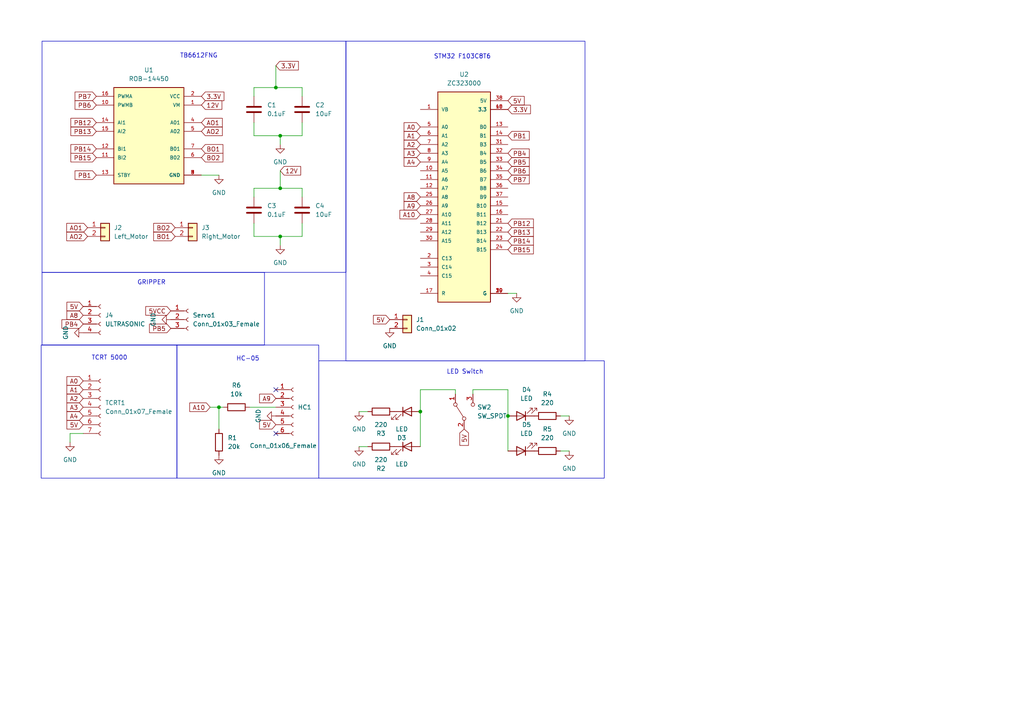
<source format=kicad_sch>
(kicad_sch (version 20231120) (generator "eeschema") (generator_version "8.0")
  (paper "A4")
  (lib_symbols
    (symbol "Connector:Conn_01x03_Female" (pin_names (offset 1.016) hide)
      (property "Reference" "J" (at 0 5.08 0))
      (property "Value" "Conn_01x03_Female" (at 0 -5.08 0))
      (symbol "Conn_01x03_Female_1_1"
        (arc (start 0 -2.032) (mid -0.5058 -2.54) (end 0 -3.048) (stroke (width 0.1524)))
        (polyline (pts (xy -1.27 -2.54) (xy -0.508 -2.54)) (stroke (width 0.1524)))
        (polyline (pts (xy -1.27 0) (xy -0.508 0)) (stroke (width 0.1524)))
        (polyline (pts (xy -1.27 2.54) (xy -0.508 2.54)) (stroke (width 0.1524)))
        (arc (start 0 0.508) (mid -0.5058 0) (end 0 -0.508) (stroke (width 0.1524)))
        (arc (start 0 3.048) (mid -0.5058 2.54) (end 0 2.032) (stroke (width 0.1524)))
        (pin passive line (at -5.08 2.54 0) (length 3.81) (name "Pin_1") (number "1"))
        (pin passive line (at -5.08 0 0) (length 3.81) (name "Pin_2") (number "2"))
        (pin passive line (at -5.08 -2.54 0) (length 3.81) (name "Pin_3") (number "3"))
      )
    )
    (symbol "Connector:Conn_01x04_Female" (pin_names (offset 1.016) hide)
      (property "Reference" "J" (at 0 5.08 0))
      (property "Value" "Conn_01x04_Female" (at 0 -7.62 0))
      (symbol "Conn_01x04_Female_1_1"
        (arc (start 0 -4.572) (mid -0.5058 -5.08) (end 0 -5.588) (stroke (width 0.1524)))
        (arc (start 0 -2.032) (mid -0.5058 -2.54) (end 0 -3.048) (stroke (width 0.1524)))
        (polyline (pts (xy -1.27 -5.08) (xy -0.508 -5.08)) (stroke (width 0.1524)))
        (polyline (pts (xy -1.27 -2.54) (xy -0.508 -2.54)) (stroke (width 0.1524)))
        (polyline (pts (xy -1.27 0) (xy -0.508 0)) (stroke (width 0.1524)))
        (polyline (pts (xy -1.27 2.54) (xy -0.508 2.54)) (stroke (width 0.1524)))
        (arc (start 0 0.508) (mid -0.5058 0) (end 0 -0.508) (stroke (width 0.1524)))
        (arc (start 0 3.048) (mid -0.5058 2.54) (end 0 2.032) (stroke (width 0.1524)))
        (pin passive line (at -5.08 2.54 0) (length 3.81) (name "Pin_1") (number "1"))
        (pin passive line (at -5.08 0 0) (length 3.81) (name "Pin_2") (number "2"))
        (pin passive line (at -5.08 -2.54 0) (length 3.81) (name "Pin_3") (number "3"))
        (pin passive line (at -5.08 -5.08 0) (length 3.81) (name "Pin_4") (number "4"))
      )
    )
    (symbol "Connector:Conn_01x06_Female" (pin_names (offset 1.016) hide)
      (property "Reference" "J" (at 0 7.62 0))
      (property "Value" "Conn_01x06_Female" (at 0 -10.16 0))
      (symbol "Conn_01x06_Female_1_1"
        (arc (start 0 -7.112) (mid -0.5058 -7.62) (end 0 -8.128) (stroke (width 0.1524)))
        (arc (start 0 -4.572) (mid -0.5058 -5.08) (end 0 -5.588) (stroke (width 0.1524)))
        (arc (start 0 -2.032) (mid -0.5058 -2.54) (end 0 -3.048) (stroke (width 0.1524)))
        (polyline (pts (xy -1.27 -7.62) (xy -0.508 -7.62)) (stroke (width 0.1524)))
        (polyline (pts (xy -1.27 -5.08) (xy -0.508 -5.08)) (stroke (width 0.1524)))
        (polyline (pts (xy -1.27 -2.54) (xy -0.508 -2.54)) (stroke (width 0.1524)))
        (polyline (pts (xy -1.27 0) (xy -0.508 0)) (stroke (width 0.1524)))
        (polyline (pts (xy -1.27 2.54) (xy -0.508 2.54)) (stroke (width 0.1524)))
        (polyline (pts (xy -1.27 5.08) (xy -0.508 5.08)) (stroke (width 0.1524)))
        (arc (start 0 0.508) (mid -0.5058 0) (end 0 -0.508) (stroke (width 0.1524)))
        (arc (start 0 3.048) (mid -0.5058 2.54) (end 0 2.032) (stroke (width 0.1524)))
        (arc (start 0 5.588) (mid -0.5058 5.08) (end 0 4.572) (stroke (width 0.1524)))
        (pin passive line (at -5.08 5.08 0) (length 3.81) (name "Pin_1") (number "1"))
        (pin passive line (at -5.08 2.54 0) (length 3.81) (name "Pin_2") (number "2"))
        (pin passive line (at -5.08 0 0) (length 3.81) (name "Pin_3") (number "3"))
        (pin passive line (at -5.08 -2.54 0) (length 3.81) (name "Pin_4") (number "4"))
        (pin passive line (at -5.08 -5.08 0) (length 3.81) (name "Pin_5") (number "5"))
        (pin passive line (at -5.08 -7.62 0) (length 3.81) (name "Pin_6") (number "6"))
      )
    )
    (symbol "Connector:Conn_01x07_Female" (pin_names (offset 1.016) hide)
      (property "Reference" "J" (at 0 10.16 0))
      (property "Value" "Conn_01x07_Female" (at 0 -10.16 0))
      (symbol "Conn_01x07_Female_1_1"
        (arc (start 0 -7.112) (mid -0.5058 -7.62) (end 0 -8.128) (stroke (width 0.1524)))
        (arc (start 0 -4.572) (mid -0.5058 -5.08) (end 0 -5.588) (stroke (width 0.1524)))
        (arc (start 0 -2.032) (mid -0.5058 -2.54) (end 0 -3.048) (stroke (width 0.1524)))
        (polyline (pts (xy -1.27 -7.62) (xy -0.508 -7.62)) (stroke (width 0.1524)))
        (polyline (pts (xy -1.27 -5.08) (xy -0.508 -5.08)) (stroke (width 0.1524)))
        (polyline (pts (xy -1.27 -2.54) (xy -0.508 -2.54)) (stroke (width 0.1524)))
        (polyline (pts (xy -1.27 0) (xy -0.508 0)) (stroke (width 0.1524)))
        (polyline (pts (xy -1.27 2.54) (xy -0.508 2.54)) (stroke (width 0.1524)))
        (polyline (pts (xy -1.27 5.08) (xy -0.508 5.08)) (stroke (width 0.1524)))
        (polyline (pts (xy -1.27 7.62) (xy -0.508 7.62)) (stroke (width 0.1524)))
        (arc (start 0 0.508) (mid -0.5058 0) (end 0 -0.508) (stroke (width 0.1524)))
        (arc (start 0 3.048) (mid -0.5058 2.54) (end 0 2.032) (stroke (width 0.1524)))
        (arc (start 0 5.588) (mid -0.5058 5.08) (end 0 4.572) (stroke (width 0.1524)))
        (arc (start 0 8.128) (mid -0.5058 7.62) (end 0 7.112) (stroke (width 0.1524)))
        (pin passive line (at -5.08 7.62 0) (length 3.81) (name "Pin_1") (number "1"))
        (pin passive line (at -5.08 5.08 0) (length 3.81) (name "Pin_2") (number "2"))
        (pin passive line (at -5.08 2.54 0) (length 3.81) (name "Pin_3") (number "3"))
        (pin passive line (at -5.08 0 0) (length 3.81) (name "Pin_4") (number "4"))
        (pin passive line (at -5.08 -2.54 0) (length 3.81) (name "Pin_5") (number "5"))
        (pin passive line (at -5.08 -5.08 0) (length 3.81) (name "Pin_6") (number "6"))
        (pin passive line (at -5.08 -7.62 0) (length 3.81) (name "Pin_7") (number "7"))
      )
    )
    (symbol "Connector_Generic:Conn_01x02" (pin_names (offset 1.016) hide)
      (property "Reference" "J" (at 0 2.54 0))
      (property "Value" "Conn_01x02" (at 0 -5.08 0))
      (symbol "Conn_01x02_1_1"
        (rectangle (start -1.27 -2.413) (end 0 -2.667) (stroke (width 0.1524)))
        (rectangle (start -1.27 0.127) (end 0 -0.127) (stroke (width 0.1524)))
        (rectangle (start -1.27 1.27) (end 1.27 -3.81) (stroke (width 0.254)) (fill (type background)))
        (pin passive line (at -5.08 0 0) (length 3.81) (name "Pin_1") (number "1"))
        (pin passive line (at -5.08 -2.54 0) (length 3.81) (name "Pin_2") (number "2"))
      )
    )
    (symbol "Device:C" (pin_numbers hide) (pin_names (offset 0.254))
      (property "Reference" "C" (at 0.635 2.54 0))
      (property "Value" "C" (at 0.635 -2.54 0))
      (symbol "C_0_1"
        (polyline (pts (xy -2.032 -0.762) (xy 2.032 -0.762)) (stroke (width 0.508)))
        (polyline (pts (xy -2.032 0.762) (xy 2.032 0.762)) (stroke (width 0.508)))
      )
      (symbol "C_1_1"
        (pin passive line (at 0 3.81 270) (length 2.794) (name "~") (number "1"))
        (pin passive line (at 0 -3.81 90) (length 2.794) (name "~") (number "2"))
      )
    )
    (symbol "Device:LED" (pin_numbers hide) (pin_names (offset 1.016) hide)
      (property "Reference" "D" (at 0 2.54 0))
      (property "Value" "LED" (at 0 -2.54 0))
      (symbol "LED_0_1"
        (polyline (pts (xy -1.27 -1.27) (xy -1.27 1.27)) (stroke (width 0.254)))
        (polyline (pts (xy -1.27 0) (xy 1.27 0)))
        (polyline (pts (xy 1.27 -1.27) (xy 1.27 1.27) (xy -1.27 0) (xy 1.27 -1.27)) (stroke (width 0.254)))
        (polyline (pts (xy -3.048 -0.762) (xy -4.572 -2.286) (xy -3.81 -2.286) (xy -4.572 -2.286) (xy -4.572 -1.524)))
        (polyline (pts (xy -1.778 -0.762) (xy -3.302 -2.286) (xy -2.54 -2.286) (xy -3.302 -2.286) (xy -3.302 -1.524)))
      )
      (symbol "LED_1_1"
        (pin passive line (at -3.81 0 0) (length 2.54) (name "K") (number "1"))
        (pin passive line (at 3.81 0 180) (length 2.54) (name "A") (number "2"))
      )
    )
    (symbol "Device:R" (pin_numbers hide) (pin_names (offset 0))
      (property "Reference" "R" (at 2.032 0 90))
      (property "Value" "R" (at 0 0 90))
      (symbol "R_0_1"
        (rectangle (start -1.016 -2.54) (end 1.016 2.54) (stroke (width 0.254)))
      )
      (symbol "R_1_1"
        (pin passive line (at 0 3.81 270) (length 1.27) (name "~") (number "1"))
        (pin passive line (at 0 -3.81 90) (length 1.27) (name "~") (number "2"))
      )
    )
    (symbol "RF_ROB-14450:ROB-14450" (pin_names (offset 1.016))
      (property "Reference" "U" (at -10.16 16.002 0))
      (property "Value" "ROB-14450" (at -10.16 -15.24 0))
      (symbol "ROB-14450_0_0"
        (rectangle (start -10.16 -12.7) (end 10.16 15.24) (stroke (width 0.254)) (fill (type background)))
        (pin power_in line (at 15.24 10.16 180) (length 5.08) (name "VM") (number "1"))
        (pin input line (at -15.24 10.16 0) (length 5.08) (name "PWMB") (number "10"))
        (pin input line (at -15.24 -5.08 0) (length 5.08) (name "BI2") (number "11"))
        (pin input line (at -15.24 -2.54 0) (length 5.08) (name "BI1") (number "12"))
        (pin input line (at -15.24 -10.16 0) (length 5.08) (name "STBY") (number "13"))
        (pin input line (at -15.24 5.08 0) (length 5.08) (name "AI1") (number "14"))
        (pin input line (at -15.24 2.54 0) (length 5.08) (name "AI2") (number "15"))
        (pin input line (at -15.24 12.7 0) (length 5.08) (name "PWMA") (number "16"))
        (pin power_in line (at 15.24 12.7 180) (length 5.08) (name "VCC") (number "2"))
        (pin power_in line (at 15.24 -10.16 180) (length 5.08) (name "GND") (number "3"))
        (pin output line (at 15.24 5.08 180) (length 5.08) (name "A01") (number "4"))
        (pin output line (at 15.24 2.54 180) (length 5.08) (name "A02") (number "5"))
        (pin output line (at 15.24 -5.08 180) (length 5.08) (name "B02") (number "6"))
        (pin output line (at 15.24 -2.54 180) (length 5.08) (name "B01") (number "7"))
        (pin power_in line (at 15.24 -10.16 180) (length 5.08) (name "GND") (number "8"))
        (pin power_in line (at 15.24 -10.16 180) (length 5.08) (name "GND") (number "9"))
      )
    )
    (symbol "STM32F103C8T6:ZC323000" (pin_names (offset 1.016))
      (property "Reference" "U" (at -7.62 31.75 0))
      (property "Value" "ZC323000" (at -7.62 -31.75 0))
      (symbol "ZC323000_0_0"
        (rectangle (start -7.62 -30.48) (end 7.62 30.48) (stroke (width 0.254)) (fill (type background)))
        (pin bidirectional line (at -12.7 25.4 0) (length 5.08) (name "VB") (number "1"))
        (pin bidirectional line (at -12.7 7.62 0) (length 5.08) (name "A5") (number "10"))
        (pin bidirectional line (at -12.7 5.08 0) (length 5.08) (name "A6") (number "11"))
        (pin bidirectional line (at -12.7 2.54 0) (length 5.08) (name "A7") (number "12"))
        (pin bidirectional line (at 12.7 20.32 180) (length 5.08) (name "B0") (number "13"))
        (pin bidirectional line (at 12.7 17.78 180) (length 5.08) (name "B1") (number "14"))
        (pin bidirectional line (at 12.7 -2.54 180) (length 5.08) (name "B10") (number "15"))
        (pin bidirectional line (at 12.7 -5.08 180) (length 5.08) (name "B11") (number "16"))
        (pin bidirectional line (at -12.7 -27.94 0) (length 5.08) (name "R") (number "17"))
        (pin power_in line (at 12.7 25.4 180) (length 5.08) (name "3.3") (number "18"))
        (pin power_in line (at 12.7 -27.94 180) (length 5.08) (name "G") (number "19"))
        (pin bidirectional line (at -12.7 -17.78 0) (length 5.08) (name "C13") (number "2"))
        (pin power_in line (at 12.7 -27.94 180) (length 5.08) (name "G") (number "20"))
        (pin bidirectional line (at 12.7 -7.62 180) (length 5.08) (name "B12") (number "21"))
        (pin bidirectional line (at 12.7 -10.16 180) (length 5.08) (name "B13") (number "22"))
        (pin bidirectional line (at 12.7 -12.7 180) (length 5.08) (name "B14") (number "23"))
        (pin bidirectional line (at 12.7 -15.24 180) (length 5.08) (name "B15") (number "24"))
        (pin bidirectional line (at -12.7 0 0) (length 5.08) (name "A8") (number "25"))
        (pin bidirectional line (at -12.7 -2.54 0) (length 5.08) (name "A9") (number "26"))
        (pin bidirectional line (at -12.7 -5.08 0) (length 5.08) (name "A10") (number "27"))
        (pin bidirectional line (at -12.7 -7.62 0) (length 5.08) (name "A11") (number "28"))
        (pin bidirectional line (at -12.7 -10.16 0) (length 5.08) (name "A12") (number "29"))
        (pin bidirectional line (at -12.7 -20.32 0) (length 5.08) (name "C14") (number "3"))
        (pin bidirectional line (at -12.7 -12.7 0) (length 5.08) (name "A15") (number "30"))
        (pin bidirectional line (at 12.7 15.24 180) (length 5.08) (name "B3") (number "31"))
        (pin bidirectional line (at 12.7 12.7 180) (length 5.08) (name "B4") (number "32"))
        (pin bidirectional line (at 12.7 10.16 180) (length 5.08) (name "B5") (number "33"))
        (pin bidirectional line (at 12.7 7.62 180) (length 5.08) (name "B6") (number "34"))
        (pin bidirectional line (at 12.7 5.08 180) (length 5.08) (name "B7") (number "35"))
        (pin bidirectional line (at 12.7 2.54 180) (length 5.08) (name "B8") (number "36"))
        (pin bidirectional line (at 12.7 0 180) (length 5.08) (name "B9") (number "37"))
        (pin power_in line (at 12.7 27.94 180) (length 5.08) (name "5V") (number "38"))
        (pin power_in line (at 12.7 -27.94 180) (length 5.08) (name "G") (number "39"))
        (pin bidirectional line (at -12.7 -22.86 0) (length 5.08) (name "C15") (number "4"))
        (pin power_in line (at 12.7 25.4 180) (length 5.08) (name "3.3") (number "40"))
        (pin bidirectional line (at -12.7 20.32 0) (length 5.08) (name "A0") (number "5"))
        (pin bidirectional line (at -12.7 17.78 0) (length 5.08) (name "A1") (number "6"))
        (pin bidirectional line (at -12.7 15.24 0) (length 5.08) (name "A2") (number "7"))
        (pin bidirectional line (at -12.7 12.7 0) (length 5.08) (name "A3") (number "8"))
        (pin bidirectional line (at -12.7 10.16 0) (length 5.08) (name "A4") (number "9"))
      )
    )
    (symbol "Switch:SW_SPDT" (pin_names (offset 0) hide)
      (property "Reference" "SW" (at 0 4.318 0))
      (property "Value" "SW_SPDT" (at 0 -5.08 0))
      (symbol "SW_SPDT_0_0"
        (circle (center -2.032 0) (radius 0.508))
        (circle (center 2.032 -2.54) (radius 0.508))
      )
      (symbol "SW_SPDT_0_1"
        (polyline (pts (xy -1.524 0.254) (xy 1.651 2.286)))
        (circle (center 2.032 2.54) (radius 0.508))
      )
      (symbol "SW_SPDT_1_1"
        (pin passive line (at 5.08 2.54 180) (length 2.54) (name "A") (number "1"))
        (pin passive line (at -5.08 0 0) (length 2.54) (name "B") (number "2"))
        (pin passive line (at 5.08 -2.54 180) (length 2.54) (name "C") (number "3"))
      )
    )
    (symbol "power:GND" (power) (pin_names (offset 0))
      (property "Value" "GND" (at 0 -3.81 0))
      (symbol "GND_0_1"
        (polyline (pts (xy 0 0) (xy 0 -1.27) (xy 1.27 -1.27) (xy 0 -2.54) (xy -1.27 -1.27) (xy 0 -1.27)))
      )
      (symbol "GND_1_1"
        (pin power_in line (at 0 0 270) (length 0) hide (name "GND") (number "1"))
      )
    )
  )
  (junction (at 147.32 120.65))
  (junction (at 81.28 68.58))
  (junction (at 81.28 39.37))
  (junction (at 80.01 25.4))
  (junction (at 121.92 119.38))
  (junction (at 81.28 54.61))
  (junction (at 63.5 118.11))
  (no_connect (at 80.01 125.73))
  (no_connect (at 80.01 113.03))
  (wire (pts (xy 81.28 54.61) (xy 87.63 54.61)))
  (wire (pts (xy 121.92 119.38) (xy 121.92 129.54)))
  (wire (pts (xy 137.16 113.03) (xy 147.32 113.03)))
  (wire (pts (xy 80.01 19.05) (xy 80.01 25.4)))
  (wire (pts (xy 81.28 68.58) (xy 87.63 68.58)))
  (wire (pts (xy 106.68 129.54) (xy 104.14 129.54)))
  (wire (pts (xy 162.56 120.65) (xy 165.1 120.65)))
  (wire (pts (xy 73.66 39.37) (xy 81.28 39.37)))
  (wire (pts (xy 20.32 125.73) (xy 20.32 128.27)))
  (wire (pts (xy 60.96 118.11) (xy 63.5 118.11)))
  (wire (pts (xy 73.66 57.15) (xy 73.66 54.61)))
  (wire (pts (xy 24.13 125.73) (xy 20.32 125.73)))
  (wire (pts (xy 73.66 25.4) (xy 80.01 25.4)))
  (wire (pts (xy 121.92 113.03) (xy 132.08 113.03)))
  (wire (pts (xy 87.63 25.4) (xy 87.63 27.94)))
  (wire (pts (xy 87.63 68.58) (xy 87.63 64.77)))
  (wire (pts (xy 58.42 50.8) (xy 63.5 50.8)))
  (wire (pts (xy 106.68 119.38) (xy 104.14 119.38)))
  (wire (pts (xy 137.16 114.3) (xy 137.16 113.03)))
  (wire (pts (xy 63.5 118.11) (xy 63.5 124.46)))
  (wire (pts (xy 87.63 39.37) (xy 87.63 35.56)))
  (wire (pts (xy 73.66 27.94) (xy 73.66 25.4)))
  (wire (pts (xy 73.66 68.58) (xy 81.28 68.58)))
  (wire (pts (xy 87.63 54.61) (xy 87.63 57.15)))
  (wire (pts (xy 147.32 113.03) (xy 147.32 120.65)))
  (wire (pts (xy 162.56 130.81) (xy 165.1 130.81)))
  (wire (pts (xy 147.32 85.09) (xy 149.86 85.09)))
  (wire (pts (xy 63.5 118.11) (xy 64.77 118.11)))
  (wire (pts (xy 81.28 39.37) (xy 81.28 41.91)))
  (wire (pts (xy 73.66 54.61) (xy 81.28 54.61)))
  (wire (pts (xy 72.39 118.11) (xy 80.01 118.11)))
  (wire (pts (xy 80.01 25.4) (xy 87.63 25.4)))
  (wire (pts (xy 81.28 39.37) (xy 87.63 39.37)))
  (wire (pts (xy 147.32 120.65) (xy 147.32 130.81)))
  (wire (pts (xy 81.28 68.58) (xy 81.28 71.12)))
  (wire (pts (xy 121.92 113.03) (xy 121.92 119.38)))
  (wire (pts (xy 73.66 35.56) (xy 73.66 39.37)))
  (wire (pts (xy 132.08 113.03) (xy 132.08 114.3)))
  (wire (pts (xy 81.28 49.53) (xy 81.28 54.61)))
  (wire (pts (xy 73.66 64.77) (xy 73.66 68.58)))
  (rectangle (start 11.938 100.076) (end 51.308 138.684))
  (rectangle (start 92.456 104.648) (end 175.26 138.684))
  (rectangle (start 12.192 11.938) (end 100.33 78.994))
  (rectangle (start 51.308 100.076) (end 92.456 138.684))
  (rectangle (start 100.33 11.938) (end 169.672 104.648))
  (rectangle (start 12.192 78.994) (end 76.708 100.076))
  (text "GRIPPER\n" (at 43.942 82.042 0) (effects (font (size 1.27 1.27))))
  (text "LED Switch\n" (at 134.874 107.95 0) (effects (font (size 1.27 1.27))))
  (text "HC-05" (at 71.882 104.14 0) (effects (font (size 1.27 1.27))))
  (text "TB6612FNG" (at 57.658 16.256 0) (effects (font (size 1.27 1.27))))
  (text "STM32 F103C8T6" (at 134.112 16.51 0) (effects (font (size 1.27 1.27))))
  (text "TCRT 5000\n" (at 31.75 103.886 0) (effects (font (size 1.27 1.27))))
  (global_label "A10" (shape input) (at 60.96 118.11 180) (property "Intersheetrefs" "${INTERSHEET_REFS}" (effects (hide yes))))
  (global_label "PB14" (shape input) (at 147.32 69.85 0) (property "Intersheetrefs" "${INTERSHEET_REFS}" (effects (hide yes))))
  (global_label "5V" (shape input) (at 147.32 29.21 0) (property "Intersheetrefs" "${INTERSHEET_REFS}" (effects (hide yes))))
  (global_label "A0" (shape input) (at 121.92 36.83 180) (property "Intersheetrefs" "${INTERSHEET_REFS}" (effects (hide yes))))
  (global_label "PB13" (shape input) (at 27.94 38.1 180) (property "Intersheetrefs" "${INTERSHEET_REFS}" (effects (hide yes))))
  (global_label "3.3V" (shape input) (at 147.32 31.75 0) (property "Intersheetrefs" "${INTERSHEET_REFS}" (effects (hide yes))))
  (global_label "AO1" (shape input) (at 58.42 35.56 0) (property "Intersheetrefs" "${INTERSHEET_REFS}" (effects (hide yes))))
  (global_label "BO2" (shape input) (at 50.8 66.04 180) (property "Intersheetrefs" "${INTERSHEET_REFS}" (effects (hide yes))))
  (global_label "A0" (shape input) (at 24.13 110.49 180) (property "Intersheetrefs" "${INTERSHEET_REFS}" (effects (hide yes))))
  (global_label "PB4" (shape input) (at 24.13 93.98 180) (property "Intersheetrefs" "${INTERSHEET_REFS}" (effects (hide yes))))
  (global_label "A4" (shape input) (at 121.92 46.99 180) (property "Intersheetrefs" "${INTERSHEET_REFS}" (effects (hide yes))))
  (global_label "A3" (shape input) (at 24.13 118.11 180) (property "Intersheetrefs" "${INTERSHEET_REFS}" (effects (hide yes))))
  (global_label "PB12" (shape input) (at 147.32 64.77 0) (property "Intersheetrefs" "${INTERSHEET_REFS}" (effects (hide yes))))
  (global_label "PB13" (shape input) (at 147.32 67.31 0) (property "Intersheetrefs" "${INTERSHEET_REFS}" (effects (hide yes))))
  (global_label "5V" (shape input) (at 24.13 88.9 180) (property "Intersheetrefs" "${INTERSHEET_REFS}" (effects (hide yes))))
  (global_label "A8" (shape input) (at 24.13 91.44 180) (property "Intersheetrefs" "${INTERSHEET_REFS}" (effects (hide yes))))
  (global_label "PB6" (shape input) (at 147.32 49.53 0) (property "Intersheetrefs" "${INTERSHEET_REFS}" (effects (hide yes))))
  (global_label "PB7" (shape input) (at 27.94 27.94 180) (property "Intersheetrefs" "${INTERSHEET_REFS}" (effects (hide yes))))
  (global_label "5V" (shape input) (at 80.01 123.19 180) (property "Intersheetrefs" "${INTERSHEET_REFS}" (effects (hide yes))))
  (global_label "5VCC" (shape input) (at 49.53 90.17 180) (property "Intersheetrefs" "${INTERSHEET_REFS}" (effects (hide yes))))
  (global_label "A2" (shape input) (at 121.92 41.91 180) (property "Intersheetrefs" "${INTERSHEET_REFS}" (effects (hide yes))))
  (global_label "PB15" (shape input) (at 147.32 72.39 0) (property "Intersheetrefs" "${INTERSHEET_REFS}" (effects (hide yes))))
  (global_label "PB4" (shape input) (at 147.32 44.45 0) (property "Intersheetrefs" "${INTERSHEET_REFS}" (effects (hide yes))))
  (global_label "AO1" (shape input) (at 25.4 66.04 180) (property "Intersheetrefs" "${INTERSHEET_REFS}" (effects (hide yes))))
  (global_label "A4" (shape input) (at 24.13 120.65 180) (property "Intersheetrefs" "${INTERSHEET_REFS}" (effects (hide yes))))
  (global_label "PB12" (shape input) (at 27.94 35.56 180) (property "Intersheetrefs" "${INTERSHEET_REFS}" (effects (hide yes))))
  (global_label "PB6" (shape input) (at 27.94 30.48 180) (property "Intersheetrefs" "${INTERSHEET_REFS}" (effects (hide yes))))
  (global_label "12V" (shape input) (at 81.28 49.53 0) (property "Intersheetrefs" "${INTERSHEET_REFS}" (effects (hide yes))))
  (global_label "5V" (shape input) (at 24.13 123.19 180) (property "Intersheetrefs" "${INTERSHEET_REFS}" (effects (hide yes))))
  (global_label "BO2" (shape input) (at 58.42 45.72 0) (property "Intersheetrefs" "${INTERSHEET_REFS}" (effects (hide yes))))
  (global_label "A1" (shape input) (at 121.92 39.37 180) (property "Intersheetrefs" "${INTERSHEET_REFS}" (effects (hide yes))))
  (global_label "5V" (shape input) (at 134.62 124.46 270) (property "Intersheetrefs" "${INTERSHEET_REFS}" (effects (hide yes))))
  (global_label "PB1" (shape input) (at 147.32 39.37 0) (property "Intersheetrefs" "${INTERSHEET_REFS}" (effects (hide yes))))
  (global_label "BO1" (shape input) (at 50.8 68.58 180) (property "Intersheetrefs" "${INTERSHEET_REFS}" (effects (hide yes))))
  (global_label "12V" (shape input) (at 58.42 30.48 0) (property "Intersheetrefs" "${INTERSHEET_REFS}" (effects (hide yes))))
  (global_label "PB1" (shape input) (at 27.94 50.8 180) (property "Intersheetrefs" "${INTERSHEET_REFS}" (effects (hide yes))))
  (global_label "PB5" (shape input) (at 49.53 95.25 180) (property "Intersheetrefs" "${INTERSHEET_REFS}" (effects (hide yes))))
  (global_label "A10" (shape input) (at 121.92 62.23 180) (property "Intersheetrefs" "${INTERSHEET_REFS}" (effects (hide yes))))
  (global_label "AO2" (shape input) (at 58.42 38.1 0) (property "Intersheetrefs" "${INTERSHEET_REFS}" (effects (hide yes))))
  (global_label "BO1" (shape input) (at 58.42 43.18 0) (property "Intersheetrefs" "${INTERSHEET_REFS}" (effects (hide yes))))
  (global_label "A1" (shape input) (at 24.13 113.03 180) (property "Intersheetrefs" "${INTERSHEET_REFS}" (effects (hide yes))))
  (global_label "A9" (shape input) (at 121.92 59.69 180) (property "Intersheetrefs" "${INTERSHEET_REFS}" (effects (hide yes))))
  (global_label "A8" (shape input) (at 121.92 57.15 180) (property "Intersheetrefs" "${INTERSHEET_REFS}" (effects (hide yes))))
  (global_label "PB5" (shape input) (at 147.32 46.99 0) (property "Intersheetrefs" "${INTERSHEET_REFS}" (effects (hide yes))))
  (global_label "PB15" (shape input) (at 27.94 45.72 180) (property "Intersheetrefs" "${INTERSHEET_REFS}" (effects (hide yes))))
  (global_label "PB7" (shape input) (at 147.32 52.07 0) (property "Intersheetrefs" "${INTERSHEET_REFS}" (effects (hide yes))))
  (global_label "3.3V" (shape input) (at 80.01 19.05 0) (property "Intersheetrefs" "${INTERSHEET_REFS}" (effects (hide yes))))
  (global_label "PB14" (shape input) (at 27.94 43.18 180) (property "Intersheetrefs" "${INTERSHEET_REFS}" (effects (hide yes))))
  (global_label "A9" (shape input) (at 80.01 115.57 180) (property "Intersheetrefs" "${INTERSHEET_REFS}" (effects (hide yes))))
  (global_label "AO2" (shape input) (at 25.4 68.58 180) (property "Intersheetrefs" "${INTERSHEET_REFS}" (effects (hide yes))))
  (global_label "5V" (shape input) (at 113.03 92.71 180) (property "Intersheetrefs" "${INTERSHEET_REFS}" (effects (hide yes))))
  (global_label "3.3V" (shape input) (at 58.42 27.94 0) (property "Intersheetrefs" "${INTERSHEET_REFS}" (effects (hide yes))))
  (global_label "A3" (shape input) (at 121.92 44.45 180) (property "Intersheetrefs" "${INTERSHEET_REFS}" (effects (hide yes))))
  (global_label "A2" (shape input) (at 24.13 115.57 180) (property "Intersheetrefs" "${INTERSHEET_REFS}" (effects (hide yes))))
  (symbol (lib_id "power:GND") (at 63.5 132.08 0) (mirror y) (unit 1)
    (property "Reference" "#PWR010" (effects (hide yes)))
    (property "Value" "GND" (at 63.5 137.16 0))
    (property "Description" "Power symbol creates a global label with name \"GND\" , ground" (effects (hide yes)))
  )
  (symbol (lib_id "Connector:Conn_01x07_Female") (at 29.21 118.11 0) (unit 1)
    (property "Reference" "TCRT1" (at 30.48 116.8399 0) (effects (justify left)))
    (property "Value" "Conn_01x07_Female" (at 30.48 119.3799 0) (effects (justify left)))
    (property "Footprint" "Connector_PinSocket_2.54mm:PinSocket_1x07_P2.54mm_Vertical" (effects (hide yes)))
    (property "Description" "Generic connector, single row, 01x07, script generated (kicad-library-utils/schlib/autogen/connector/)" (effects (hide yes)))
  )
  (symbol (lib_id "Device:C") (at 87.63 60.96 0) (unit 1)
    (property "Reference" "C4" (at 91.44 59.6899 0) (effects (justify left)))
    (property "Value" "10uF" (at 91.44 62.2299 0) (effects (justify left)))
    (property "Footprint" "Capacitor_SMD:C_0603_1608Metric" (effects (hide yes)))
    (property "Description" "Unpolarized capacitor" (effects (hide yes)))
  )
  (symbol (lib_id "Device:C") (at 73.66 31.75 0) (unit 1)
    (property "Reference" "C1" (at 77.47 30.4799 0) (effects (justify left)))
    (property "Value" "0.1uF" (at 77.47 33.0199 0) (effects (justify left)))
    (property "Footprint" "Capacitor_SMD:C_0603_1608Metric" (effects (hide yes)))
    (property "Description" "Unpolarized capacitor" (effects (hide yes)))
  )
  (symbol (lib_id "power:GND") (at 113.03 95.25 0) (mirror y) (unit 1)
    (property "Reference" "#PWR09" (effects (hide yes)))
    (property "Value" "GND" (at 113.03 100.33 0))
    (property "Description" "Power symbol creates a global label with name \"GND\" , ground" (effects (hide yes)))
  )
  (symbol (lib_id "Connector_Generic:Conn_01x02") (at 118.11 92.71 0) (unit 1)
    (property "Reference" "J1" (at 120.65 92.7099 0) (effects (justify left)))
    (property "Value" "Conn_01x02" (at 120.65 95.2499 0) (effects (justify left)))
    (property "Footprint" "Connector_PinSocket_2.54mm:PinSocket_1x02_P2.54mm_Vertical" (effects (hide yes)))
    (property "Description" "Generic connector, single row, 01x02, script generated (kicad-library-utils/schlib/autogen/connector/)" (effects (hide yes)))
  )
  (symbol (lib_id "STM32F103C8T6:ZC323000") (at 134.62 57.15 0) (unit 1)
    (property "Reference" "U2" (at 134.62 21.59 0))
    (property "Value" "ZC323000" (at 134.62 24.13 0))
    (property "Footprint" "STM32F103C8T6:STM32F103C8T6" (effects (hide yes)))
    (property "MF" "YKS" (effects (hide yes)))
    (property "MAXIMUM_PACKAGE_HEIGHT" "N/A" (effects (hide yes)))
    (property "Package" "None" (effects (hide yes)))
    (property "Price" "None" (effects (hide yes)))
    (property "Check_prices" "https://www.snapeda.com/parts/ZC323000/YKS/view-part/?ref=eda" (effects (hide yes)))
    (property "STANDARD" "Manufacturer Recommendations" (effects (hide yes)))
    (property "PARTREV" "N/A" (effects (hide yes)))
    (property "SnapEDA_Link" "https://www.snapeda.com/parts/ZC323000/YKS/view-part/?ref=snap" (effects (hide yes)))
    (property "MP" "ZC323000" (effects (hide yes)))
    (property "Description_1" "\n                        \n                            STM32F103C8T6 ARM STM32 Minimum System Development Board Module For Arduino\n                        \n" (effects (hide yes)))
    (property "Availability" "Not in stock" (effects (hide yes)))
    (property "MANUFACTURER" "YKS" (effects (hide yes)))
  )
  (symbol (lib_id "Device:C") (at 87.63 31.75 0) (unit 1)
    (property "Reference" "C2" (at 91.44 30.4799 0) (effects (justify left)))
    (property "Value" "10uF" (at 91.44 33.0199 0) (effects (justify left)))
    (property "Footprint" "Capacitor_SMD:C_0603_1608Metric" (effects (hide yes)))
    (property "Description" "Unpolarized capacitor" (effects (hide yes)))
  )
  (symbol (lib_id "Connector_Generic:Conn_01x02") (at 55.88 66.04 0) (unit 1)
    (property "Reference" "J3" (at 58.42 66.0399 0) (effects (justify left)))
    (property "Value" "Right_Motor" (at 58.42 68.5799 0) (effects (justify left)))
    (property "Footprint" "Connector_PinSocket_2.54mm:PinSocket_1x02_P2.54mm_Vertical" (effects (hide yes)))
    (property "Description" "Generic connector, single row, 01x02, script generated (kicad-library-utils/schlib/autogen/connector/)" (effects (hide yes)))
  )
  (symbol (lib_id "power:GND") (at 104.14 129.54 0) (mirror y) (unit 1)
    (property "Reference" "#PWR011" (effects (hide yes)))
    (property "Value" "GND" (at 104.14 134.62 0))
    (property "Description" "Power symbol creates a global label with name \"GND\" , ground" (effects (hide yes)))
  )
  (symbol (lib_id "Connector_Generic:Conn_01x02") (at 30.48 66.04 0) (unit 1)
    (property "Reference" "J2" (at 33.02 66.0399 0) (effects (justify left)))
    (property "Value" "Left_Motor" (at 33.02 68.5799 0) (effects (justify left)))
    (property "Footprint" "Connector_PinSocket_2.54mm:PinSocket_1x02_P2.54mm_Vertical" (effects (hide yes)))
    (property "Description" "Generic connector, single row, 01x02, script generated (kicad-library-utils/schlib/autogen/connector/)" (effects (hide yes)))
  )
  (symbol (lib_id "power:GND") (at 63.5 50.8 0) (mirror y) (unit 1)
    (property "Reference" "#PWR03" (effects (hide yes)))
    (property "Value" "GND" (at 63.5 55.88 0))
    (property "Description" "Power symbol creates a global label with name \"GND\" , ground" (effects (hide yes)))
  )
  (symbol (lib_id "Device:LED") (at 151.13 130.81 180) (unit 1)
    (property "Reference" "D5" (at 152.7175 123.19 0))
    (property "Value" "LED" (at 152.7175 125.73 0))
    (property "Footprint" "LED_THT:LED_D3.0mm" (effects (hide yes)))
    (property "Description" "Light emitting diode" (effects (hide yes)))
  )
  (symbol (lib_id "Connector:Conn_01x03_Female") (at 54.61 92.71 0) (unit 1)
    (property "Reference" "Servo1" (at 55.88 91.4399 0) (effects (justify left)))
    (property "Value" "Conn_01x03_Female" (at 55.88 93.9799 0) (effects (justify left)))
    (property "Footprint" "Connector_PinSocket_2.54mm:PinSocket_1x03_P2.54mm_Vertical" (effects (hide yes)))
    (property "Description" "Generic connector, single row, 01x03, script generated (kicad-library-utils/schlib/autogen/connector/)" (effects (hide yes)))
  )
  (symbol (lib_id "Device:LED") (at 118.11 119.38 0) (unit 1)
    (property "Reference" "D3" (at 116.5225 127 0))
    (property "Value" "LED" (at 116.5225 124.46 0))
    (property "Footprint" "LED_THT:LED_D3.0mm" (effects (hide yes)))
    (property "Description" "Light emitting diode" (effects (hide yes)))
  )
  (symbol (lib_id "power:GND") (at 165.1 120.65 0) (mirror y) (unit 1)
    (property "Reference" "#PWR013" (effects (hide yes)))
    (property "Value" "GND" (at 165.1 125.73 0))
    (property "Description" "Power symbol creates a global label with name \"GND\" , ground" (effects (hide yes)))
  )
  (symbol (lib_id "Device:LED") (at 118.11 129.54 0) (unit 1)
    (property "Reference" "D2" (effects (hide yes)))
    (property "Value" "LED" (at 116.5225 134.62 0))
    (property "Footprint" "LED_THT:LED_D3.0mm" (effects (hide yes)))
    (property "Description" "Light emitting diode" (effects (hide yes)))
  )
  (symbol (lib_id "power:GND") (at 149.86 85.09 0) (mirror y) (unit 1)
    (property "Reference" "#PWR04" (effects (hide yes)))
    (property "Value" "GND" (at 149.86 90.17 0))
    (property "Description" "Power symbol creates a global label with name \"GND\" , ground" (effects (hide yes)))
  )
  (symbol (lib_id "power:GND") (at 80.01 120.65 270) (mirror x) (unit 1)
    (property "Reference" "#PWR06" (effects (hide yes)))
    (property "Value" "GND" (at 74.93 120.65 0))
    (property "Description" "Power symbol creates a global label with name \"GND\" , ground" (effects (hide yes)))
  )
  (symbol (lib_id "power:GND") (at 49.53 92.71 270) (mirror x) (unit 1)
    (property "Reference" "#PWR07" (effects (hide yes)))
    (property "Value" "GND" (at 44.45 92.71 0))
    (property "Description" "Power symbol creates a global label with name \"GND\" , ground" (effects (hide yes)))
  )
  (symbol (lib_id "Device:LED") (at 151.13 120.65 180) (unit 1)
    (property "Reference" "D4" (at 152.7175 113.03 0))
    (property "Value" "LED" (at 152.7175 115.57 0))
    (property "Footprint" "LED_THT:LED_D3.0mm" (effects (hide yes)))
    (property "Description" "Light emitting diode" (effects (hide yes)))
  )
  (symbol (lib_id "Connector:Conn_01x04_Female") (at 29.21 91.44 0) (unit 1)
    (property "Reference" "J4" (at 30.48 91.4399 0) (effects (justify left)))
    (property "Value" "ULTRASONIC" (at 30.48 93.9799 0) (effects (justify left)))
    (property "Footprint" "Connector_PinSocket_2.54mm:PinSocket_1x04_P2.54mm_Vertical" (effects (hide yes)))
    (property "Description" "Generic connector, single row, 01x04, script generated (kicad-library-utils/schlib/autogen/connector/)" (effects (hide yes)))
  )
  (symbol (lib_id "power:GND") (at 81.28 41.91 0) (mirror y) (unit 1)
    (property "Reference" "#PWR01" (effects (hide yes)))
    (property "Value" "GND" (at 81.28 46.99 0))
    (property "Description" "Power symbol creates a global label with name \"GND\" , ground" (effects (hide yes)))
  )
  (symbol (lib_id "Connector:Conn_01x06_Female") (at 85.09 118.11 0) (unit 1)
    (property "Reference" "HC1" (at 86.36 118.1099 0) (effects (justify left)))
    (property "Value" "Conn_01x06_Female" (at 72.39 129.286 0) (effects (justify left)))
    (property "Footprint" "Connector_PinSocket_2.54mm:PinSocket_1x06_P2.54mm_Vertical" (effects (hide yes)))
    (property "Description" "Generic connector, single row, 01x06, script generated (kicad-library-utils/schlib/autogen/connector/)" (effects (hide yes)))
  )
  (symbol (lib_id "power:GND") (at 104.14 119.38 0) (mirror y) (unit 1)
    (property "Reference" "#PWR012" (effects (hide yes)))
    (property "Value" "GND" (at 104.14 124.46 0))
    (property "Description" "Power symbol creates a global label with name \"GND\" , ground" (effects (hide yes)))
  )
  (symbol (lib_id "Device:C") (at 73.66 60.96 0) (unit 1)
    (property "Reference" "C3" (at 77.47 59.6899 0) (effects (justify left)))
    (property "Value" "0.1uF" (at 77.47 62.2299 0) (effects (justify left)))
    (property "Footprint" "Capacitor_SMD:C_0603_1608Metric" (effects (hide yes)))
    (property "Description" "Unpolarized capacitor" (effects (hide yes)))
  )
  (symbol (lib_id "power:GND") (at 165.1 130.81 0) (mirror y) (unit 1)
    (property "Reference" "#PWR014" (effects (hide yes)))
    (property "Value" "GND" (at 165.1 135.89 0))
    (property "Description" "Power symbol creates a global label with name \"GND\" , ground" (effects (hide yes)))
  )
  (symbol (lib_id "Device:R") (at 110.49 119.38 90) (unit 1)
    (property "Reference" "R3" (at 110.49 125.73 90))
    (property "Value" "220" (at 110.49 123.19 90))
    (property "Footprint" "Resistor_SMD:R_0201_0603Metric" (effects (hide yes)))
    (property "Description" "Resistor" (effects (hide yes)))
  )
  (symbol (lib_id "Device:R") (at 158.75 130.81 270) (unit 1)
    (property "Reference" "R5" (at 158.75 124.46 90))
    (property "Value" "220" (at 158.75 127 90))
    (property "Footprint" "Resistor_SMD:R_0201_0603Metric" (effects (hide yes)))
    (property "Description" "Resistor" (effects (hide yes)))
  )
  (symbol (lib_id "Device:R") (at 110.49 129.54 90) (unit 1)
    (property "Reference" "R2" (at 110.49 135.89 90))
    (property "Value" "220" (at 110.49 133.35 90))
    (property "Footprint" "Resistor_SMD:R_0201_0603Metric" (effects (hide yes)))
    (property "Description" "Resistor" (effects (hide yes)))
  )
  (symbol (lib_id "Device:R") (at 158.75 120.65 270) (unit 1)
    (property "Reference" "R4" (at 158.75 114.3 90))
    (property "Value" "220" (at 158.75 116.84 90))
    (property "Footprint" "Resistor_SMD:R_0201_0603Metric" (effects (hide yes)))
    (property "Description" "Resistor" (effects (hide yes)))
  )
  (symbol (lib_id "Switch:SW_SPDT") (at 134.62 119.38 90) (unit 1)
    (property "Reference" "SW2" (at 138.43 118.1099 90) (effects (justify right)))
    (property "Value" "SW_SPDT" (at 138.43 120.6499 90) (effects (justify right)))
    (property "Footprint" "Connector_PinHeader_2.54mm:PinHeader_1x03_P2.54mm_Vertical" (effects (hide yes)))
    (property "Description" "Switch, single pole double throw" (effects (hide yes)))
  )
  (symbol (lib_id "power:GND") (at 20.32 128.27 0) (mirror y) (unit 1)
    (property "Reference" "#PWR05" (effects (hide yes)))
    (property "Value" "GND" (at 20.32 133.35 0))
    (property "Description" "Power symbol creates a global label with name \"GND\" , ground" (effects (hide yes)))
  )
  (symbol (lib_id "RF_ROB-14450:ROB-14450") (at 43.18 40.64 0) (unit 1)
    (property "Reference" "U1" (at 43.18 20.32 0))
    (property "Value" "ROB-14450" (at 43.18 22.86 0))
    (property "Footprint" "DriverMotor:MODULE_ROB-14450" (effects (hide yes)))
    (property "MF" "SparkFun Electronics" (effects (hide yes)))
    (property "Description_1" "\n                        \n                            TB6612FNG - Motor Controller/Driver Power Management Evaluation Board\n                        \n" (effects (hide yes)))
    (property "Package" "None" (effects (hide yes)))
    (property "Price" "None" (effects (hide yes)))
    (property "Check_prices" "https://www.snapeda.com/parts/ROB-14450/SparkFun/view-part/?ref=eda" (effects (hide yes)))
    (property "STANDARD" "Manufacturer Recommendation" (effects (hide yes)))
    (property "PARTREV" "11-13-17" (effects (hide yes)))
    (property "SnapEDA_Link" "https://www.snapeda.com/parts/ROB-14450/SparkFun/view-part/?ref=snap" (effects (hide yes)))
    (property "MP" "ROB-14450" (effects (hide yes)))
    (property "Availability" "In Stock" (effects (hide yes)))
    (property "MANUFACTURER" "Sparkfun Electronics" (effects (hide yes)))
  )
  (symbol (lib_id "power:GND") (at 81.28 71.12 0) (mirror y) (unit 1)
    (property "Reference" "#PWR02" (effects (hide yes)))
    (property "Value" "GND" (at 81.28 76.2 0))
    (property "Description" "Power symbol creates a global label with name \"GND\" , ground" (effects (hide yes)))
  )
  (symbol (lib_id "Device:R") (at 63.5 128.27 0) (unit 1)
    (property "Reference" "R1" (at 66.04 126.9999 0) (effects (justify left)))
    (property "Value" "20k" (at 66.04 129.5399 0) (effects (justify left)))
    (property "Footprint" "Resistor_SMD:R_0201_0603Metric" (effects (hide yes)))
    (property "Description" "Resistor" (effects (hide yes)))
  )
  (symbol (lib_id "Device:R") (at 68.58 118.11 270) (unit 1)
    (property "Reference" "R6" (at 68.58 111.76 90))
    (property "Value" "10k" (at 68.58 114.3 90))
    (property "Footprint" "Resistor_SMD:R_0201_0603Metric" (effects (hide yes)))
    (property "Description" "Resistor" (effects (hide yes)))
  )
  (symbol (lib_id "power:GND") (at 24.13 96.52 270) (mirror x) (unit 1)
    (property "Reference" "#PWR08" (effects (hide yes)))
    (property "Value" "GND" (at 19.05 96.52 0))
    (property "Description" "Power symbol creates a global label with name \"GND\" , ground" (effects (hide yes)))
  )
)
</source>
